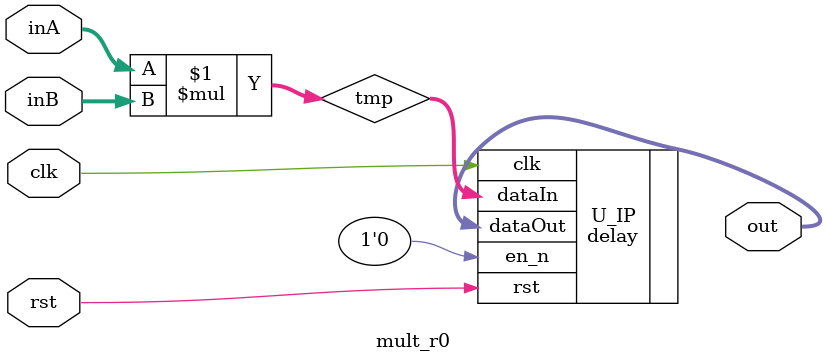
<source format=v>
/*
DESCRIPTION

NOTES

TODO

*/

module mult_r0 #(
	parameter BIT_WIDTH = 31,
	parameter DELAY = 0
)(
	input clk,
	input rst,
	input [BIT_WIDTH-1:0] inA,
	input [BIT_WIDTH-1:0] inB,
	output [2*BIT_WIDTH-1:0] out
);

/**********
 * Internal Signals
**********/

wire [2*BIT_WIDTH-1:0] tmp;

/**********
 * Glue Logic 
 **********/
 
 assign tmp = inA * inB;
 
/**********
 * Synchronous Logic
 **********/
 

/**********
 * Glue Logic 
 **********/
/**********
 * Components
 **********/
 
  	delay #(
		.BIT_WIDTH(2*BIT_WIDTH),
		.DEPTH(1),
		.DELAY(DELAY)
	)U_IP(
		.clk(clk),
		.rst(rst),
		.en_n(1'b0),
		.dataIn(tmp),
		.dataOut(out)
	);
 
/**********
 * Output Combinatorial Logic
 **********/
 
endmodule

</source>
